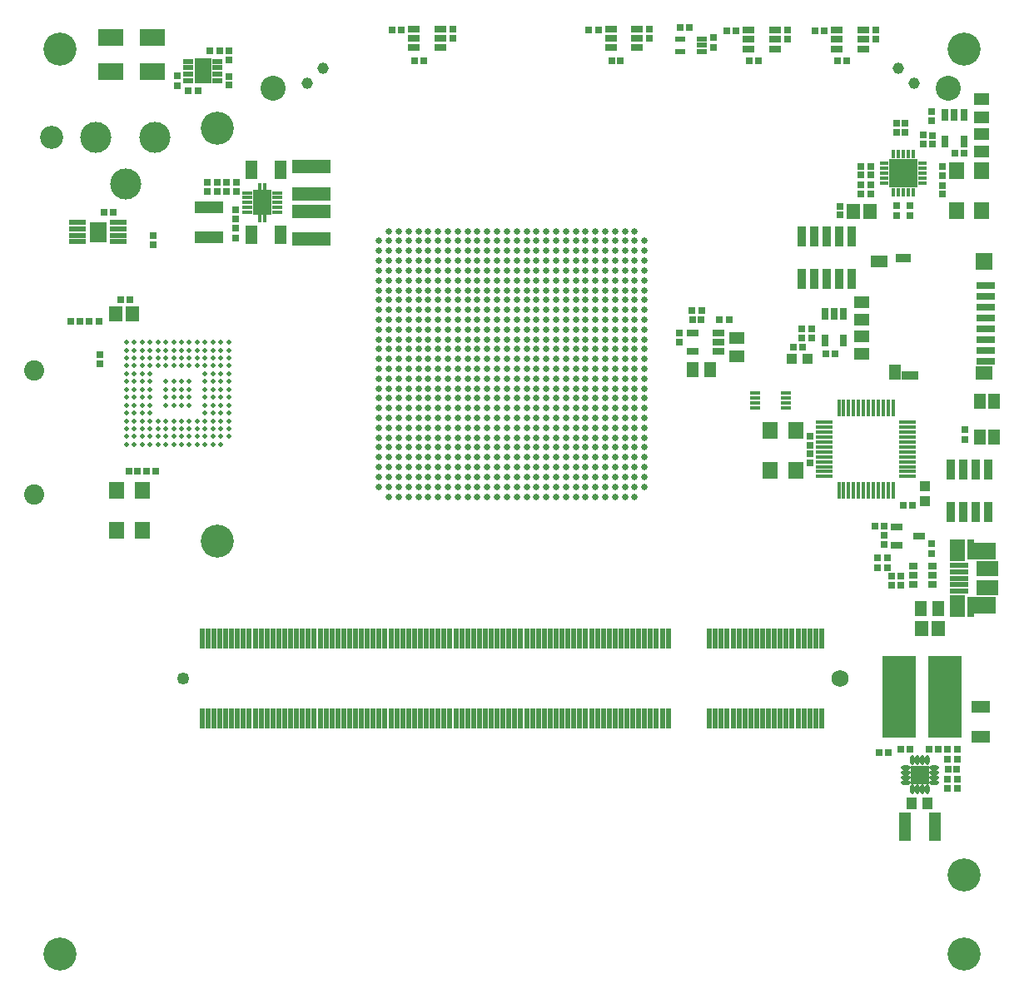
<source format=gts>
G04 (created by PCBNEW-RS274X (2012-05-21 BZR 3261)-stable) date Thu 02 May 2013 12:01:43 PM PDT*
G01*
G70*
G90*
%MOIN*%
G04 Gerber Fmt 3.4, Leading zero omitted, Abs format*
%FSLAX34Y34*%
G04 APERTURE LIST*
%ADD10C,0.006000*%
%ADD11R,0.045400X0.029600*%
%ADD12C,0.019800*%
%ADD13C,0.025700*%
%ADD14R,0.030400X0.030400*%
%ADD15R,0.030400X0.028400*%
%ADD16R,0.028400X0.030400*%
%ADD17R,0.076900X0.023700*%
%ADD18R,0.087400X0.062100*%
%ADD19R,0.063100X0.090300*%
%ADD20R,0.031000X0.077900*%
%ADD21R,0.117600X0.069000*%
%ADD22C,0.069000*%
%ADD23C,0.063100*%
%ADD24C,0.046200*%
%ADD25C,0.045400*%
%ADD26C,0.100000*%
%ADD27R,0.019800X0.084700*%
%ADD28C,0.049300*%
%ADD29R,0.065100X0.017800*%
%ADD30R,0.017800X0.065100*%
%ADD31C,0.080800*%
%ADD32R,0.039500X0.017000*%
%ADD33R,0.038400X0.053200*%
%ADD34R,0.017000X0.033600*%
%ADD35C,0.029000*%
%ADD36R,0.039500X0.019800*%
%ADD37R,0.071000X0.100500*%
%ADD38C,0.023700*%
%ADD39R,0.069000X0.021700*%
%ADD40R,0.067800X0.080400*%
%ADD41R,0.074900X0.029600*%
%ADD42R,0.065100X0.057200*%
%ADD43R,0.065100X0.065100*%
%ADD44R,0.061100X0.037500*%
%ADD45R,0.065100X0.037500*%
%ADD46R,0.045400X0.063100*%
%ADD47R,0.067000X0.045400*%
%ADD48R,0.051300X0.063100*%
%ADD49R,0.063100X0.051300*%
%ADD50R,0.135900X0.328800*%
%ADD51R,0.051300X0.112300*%
%ADD52R,0.076900X0.051300*%
%ADD53R,0.112300X0.051300*%
%ADD54R,0.051300X0.076900*%
%ADD55R,0.151700X0.053200*%
%ADD56C,0.124100*%
%ADD57C,0.092600*%
%ADD58R,0.053200X0.063100*%
%ADD59R,0.037500X0.027700*%
%ADD60R,0.043400X0.045400*%
%ADD61R,0.100500X0.067000*%
%ADD62R,0.043400X0.021700*%
%ADD63R,0.041400X0.043400*%
%ADD64R,0.043400X0.041400*%
%ADD65R,0.035100X0.078800*%
%ADD66R,0.047300X0.061100*%
%ADD67R,0.029600X0.049300*%
%ADD68R,0.049300X0.029600*%
%ADD69R,0.059100X0.071000*%
%ADD70R,0.041400X0.017800*%
%ADD71R,0.035500X0.017800*%
%ADD72R,0.017800X0.035500*%
%ADD73R,0.114300X0.114300*%
%ADD74C,0.029600*%
%ADD75O,0.017000X0.039500*%
%ADD76O,0.039500X0.017000*%
%ADD77R,0.072900X0.072900*%
%ADD78C,0.132000*%
G04 APERTURE END LIST*
G54D10*
G54D11*
X66594Y-38011D03*
X66594Y-38759D03*
X67500Y-38385D03*
G54D12*
X39527Y-34724D03*
X39212Y-34724D03*
X38897Y-34724D03*
X38582Y-34724D03*
X38267Y-34724D03*
X37952Y-34724D03*
X37638Y-34724D03*
X37323Y-34724D03*
X37008Y-34724D03*
X36693Y-34724D03*
X36378Y-34724D03*
X36063Y-34724D03*
X35748Y-34724D03*
X39842Y-34409D03*
X39527Y-34409D03*
X39212Y-34409D03*
X38897Y-34409D03*
X38582Y-34409D03*
X38267Y-34409D03*
X37952Y-34409D03*
X37638Y-34409D03*
X37323Y-34409D03*
X37008Y-34409D03*
X36693Y-34409D03*
X36378Y-34409D03*
X36063Y-34409D03*
X35748Y-34409D03*
X39842Y-34094D03*
X39527Y-34094D03*
X39212Y-34094D03*
X38897Y-34094D03*
X38582Y-34094D03*
X38267Y-34094D03*
X37952Y-34094D03*
X37638Y-34094D03*
X37323Y-34094D03*
X37008Y-34094D03*
X36693Y-34094D03*
X36378Y-34094D03*
X36063Y-34094D03*
X35748Y-34094D03*
X39842Y-33779D03*
X39527Y-33779D03*
X39212Y-33779D03*
X38897Y-33779D03*
X38582Y-33779D03*
X38267Y-33779D03*
X37952Y-33779D03*
X37638Y-33779D03*
X37323Y-33779D03*
X37008Y-33779D03*
X36693Y-33779D03*
X36378Y-33779D03*
X36063Y-33779D03*
X35748Y-33779D03*
X39842Y-33464D03*
X39527Y-33464D03*
X39212Y-33464D03*
X38897Y-33464D03*
X36693Y-33464D03*
X36378Y-33464D03*
X36063Y-33464D03*
X35748Y-33464D03*
X39842Y-33149D03*
X39527Y-33149D03*
X39212Y-33149D03*
X38897Y-33149D03*
X38267Y-33149D03*
X37952Y-33149D03*
X37638Y-33149D03*
X37323Y-33149D03*
X36693Y-33149D03*
X36378Y-33149D03*
X36063Y-33149D03*
X35748Y-33149D03*
X39842Y-32834D03*
X39527Y-32834D03*
X39212Y-32834D03*
X38897Y-32834D03*
X38267Y-32834D03*
X37952Y-32834D03*
X37638Y-32834D03*
X37323Y-32834D03*
X36693Y-32834D03*
X36378Y-32834D03*
X36063Y-32834D03*
X35748Y-32834D03*
X39842Y-32520D03*
X39527Y-32520D03*
X39212Y-32520D03*
X38897Y-32520D03*
X38267Y-32520D03*
X37952Y-32520D03*
X37638Y-32520D03*
X37323Y-32520D03*
X36693Y-32520D03*
X36378Y-32520D03*
X36063Y-32520D03*
X35748Y-32520D03*
X39842Y-32205D03*
X39527Y-32205D03*
X39212Y-32205D03*
X38897Y-32205D03*
X38267Y-32205D03*
X37952Y-32205D03*
X37638Y-32205D03*
X37323Y-32205D03*
X36693Y-32205D03*
X36378Y-32205D03*
X36063Y-32205D03*
X35748Y-32205D03*
X39842Y-31890D03*
X39527Y-31890D03*
X39212Y-31890D03*
X38897Y-31890D03*
X36693Y-31890D03*
X36378Y-31890D03*
X36063Y-31890D03*
X35748Y-31890D03*
X39842Y-31575D03*
X39527Y-31575D03*
X39212Y-31575D03*
X38897Y-31575D03*
X38582Y-31575D03*
X38267Y-31575D03*
X37952Y-31575D03*
X37638Y-31575D03*
X37323Y-31575D03*
X37008Y-31575D03*
X36693Y-31575D03*
X36378Y-31575D03*
X36063Y-31575D03*
X35748Y-31575D03*
X39842Y-31260D03*
X39527Y-31260D03*
X39212Y-31260D03*
X38897Y-31260D03*
X38582Y-31260D03*
X38267Y-31260D03*
X37952Y-31260D03*
X37638Y-31260D03*
X37323Y-31260D03*
X37008Y-31260D03*
X36693Y-31260D03*
X36378Y-31260D03*
X36063Y-31260D03*
X35748Y-31260D03*
X39842Y-30945D03*
X39527Y-30945D03*
X39212Y-30945D03*
X38897Y-30945D03*
X38582Y-30945D03*
X38267Y-30945D03*
X37952Y-30945D03*
X37638Y-30945D03*
X37323Y-30945D03*
X37008Y-30945D03*
X36693Y-30945D03*
X36378Y-30945D03*
X36063Y-30945D03*
X35748Y-30945D03*
X39842Y-30630D03*
X39527Y-30630D03*
X39212Y-30630D03*
X38897Y-30630D03*
X38582Y-30630D03*
X38267Y-30630D03*
X37952Y-30630D03*
X37638Y-30630D03*
X37323Y-30630D03*
X37008Y-30630D03*
X36693Y-30630D03*
X36378Y-30630D03*
X36063Y-30630D03*
X35748Y-30630D03*
G54D13*
X46260Y-26181D03*
X46653Y-26181D03*
X47047Y-26181D03*
X47441Y-26181D03*
X47835Y-26181D03*
X48228Y-26181D03*
X48622Y-26181D03*
X49016Y-26181D03*
X49409Y-26181D03*
X49803Y-26181D03*
X50197Y-26181D03*
X50590Y-26181D03*
X50984Y-26181D03*
X51378Y-26181D03*
X51772Y-26181D03*
X52165Y-26181D03*
X52559Y-26181D03*
X52953Y-26181D03*
X53346Y-26181D03*
X53740Y-26181D03*
X54134Y-26181D03*
X54527Y-26181D03*
X54921Y-26181D03*
X55315Y-26181D03*
X55709Y-26181D03*
X56102Y-26181D03*
X45866Y-26575D03*
X46260Y-26575D03*
X46653Y-26575D03*
X47047Y-26575D03*
X47441Y-26575D03*
X47835Y-26575D03*
X48228Y-26575D03*
X48622Y-26575D03*
X49016Y-26575D03*
X49409Y-26575D03*
X49803Y-26575D03*
X50197Y-26575D03*
X50590Y-26575D03*
X50984Y-26575D03*
X51378Y-26575D03*
X51772Y-26575D03*
X52165Y-26575D03*
X52559Y-26575D03*
X52953Y-26575D03*
X53346Y-26575D03*
X53740Y-26575D03*
X54134Y-26575D03*
X54527Y-26575D03*
X54921Y-26575D03*
X55315Y-26575D03*
X55709Y-26575D03*
X56102Y-26575D03*
X56496Y-26575D03*
X45866Y-26968D03*
X46260Y-26968D03*
X46653Y-26968D03*
X47047Y-26968D03*
X47441Y-26968D03*
X47835Y-26968D03*
X48228Y-26968D03*
X48622Y-26968D03*
X49016Y-26968D03*
X49409Y-26968D03*
X49803Y-26968D03*
X50197Y-26968D03*
X50590Y-26968D03*
X50984Y-26968D03*
X51378Y-26968D03*
X51772Y-26968D03*
X52165Y-26968D03*
X52559Y-26968D03*
X52953Y-26968D03*
X53346Y-26968D03*
X53740Y-26968D03*
X54134Y-26968D03*
X54527Y-26968D03*
X54921Y-26968D03*
X55315Y-26968D03*
X55709Y-26968D03*
X56102Y-26968D03*
X56496Y-26968D03*
X45866Y-27362D03*
X46260Y-27362D03*
X46653Y-27362D03*
X47047Y-27362D03*
X47441Y-27362D03*
X47835Y-27362D03*
X48228Y-27362D03*
X48622Y-27362D03*
X49016Y-27362D03*
X49409Y-27362D03*
X49803Y-27362D03*
X50197Y-27362D03*
X50590Y-27362D03*
X50984Y-27362D03*
X51378Y-27362D03*
X51772Y-27362D03*
X52165Y-27362D03*
X52559Y-27362D03*
X52953Y-27362D03*
X53346Y-27362D03*
X53740Y-27362D03*
X54134Y-27362D03*
X54527Y-27362D03*
X54921Y-27362D03*
X55315Y-27362D03*
X55709Y-27362D03*
X56102Y-27362D03*
X56496Y-27362D03*
X45866Y-27756D03*
X46260Y-27756D03*
X46653Y-27756D03*
X47047Y-27756D03*
X47441Y-27756D03*
X47835Y-27756D03*
X48228Y-27756D03*
X48622Y-27756D03*
X49016Y-27756D03*
X49409Y-27756D03*
X49803Y-27756D03*
X50197Y-27756D03*
X50590Y-27756D03*
X50984Y-27756D03*
X51378Y-27756D03*
X51772Y-27756D03*
X52165Y-27756D03*
X52559Y-27756D03*
X52953Y-27756D03*
X53346Y-27756D03*
X53740Y-27756D03*
X54134Y-27756D03*
X54527Y-27756D03*
X54921Y-27756D03*
X55315Y-27756D03*
X55709Y-27756D03*
X56102Y-27756D03*
X56496Y-27756D03*
X45866Y-28150D03*
X46260Y-28150D03*
X46653Y-28150D03*
X47047Y-28150D03*
X47441Y-28150D03*
X47835Y-28150D03*
X48228Y-28150D03*
X48622Y-28150D03*
X49016Y-28150D03*
X49409Y-28150D03*
X49803Y-28150D03*
X50197Y-28150D03*
X50590Y-28150D03*
X50984Y-28150D03*
X51378Y-28150D03*
X51772Y-28150D03*
X52165Y-28150D03*
X52559Y-28150D03*
X52953Y-28150D03*
X53346Y-28150D03*
X53740Y-28150D03*
X54134Y-28150D03*
X54527Y-28150D03*
X54921Y-28150D03*
X55315Y-28150D03*
X55709Y-28150D03*
X56102Y-28150D03*
X56496Y-28150D03*
X45866Y-28543D03*
X46260Y-28543D03*
X46653Y-28543D03*
X47047Y-28543D03*
X47441Y-28543D03*
X47835Y-28543D03*
X48228Y-28543D03*
X48622Y-28543D03*
X49016Y-28543D03*
X49409Y-28543D03*
X49803Y-28543D03*
X50197Y-28543D03*
X50590Y-28543D03*
X50984Y-28543D03*
X51378Y-28543D03*
X51772Y-28543D03*
X52165Y-28543D03*
X52559Y-28543D03*
X52953Y-28543D03*
X53346Y-28543D03*
X53740Y-28543D03*
X54134Y-28543D03*
X54527Y-28543D03*
X54921Y-28543D03*
X55315Y-28543D03*
X55709Y-28543D03*
X56102Y-28543D03*
X56496Y-28543D03*
X45866Y-28937D03*
X46260Y-28937D03*
X46653Y-28937D03*
X47047Y-28937D03*
X47441Y-28937D03*
X47835Y-28937D03*
X48228Y-28937D03*
X48622Y-28937D03*
X49016Y-28937D03*
X49409Y-28937D03*
X49803Y-28937D03*
X50197Y-28937D03*
X50590Y-28937D03*
X50984Y-28937D03*
X51378Y-28937D03*
X51772Y-28937D03*
X52165Y-28937D03*
X52559Y-28937D03*
X52953Y-28937D03*
X53346Y-28937D03*
X53740Y-28937D03*
X54134Y-28937D03*
X54527Y-28937D03*
X54921Y-28937D03*
X55315Y-28937D03*
X55709Y-28937D03*
X56102Y-28937D03*
X56496Y-28937D03*
X45866Y-29331D03*
X46260Y-29331D03*
X46653Y-29331D03*
X47047Y-29331D03*
X47441Y-29331D03*
X47835Y-29331D03*
X48228Y-29331D03*
X48622Y-29331D03*
X49016Y-29331D03*
X49409Y-29331D03*
X49803Y-29331D03*
X50197Y-29331D03*
X50590Y-29331D03*
X50984Y-29331D03*
X51378Y-29331D03*
X51772Y-29331D03*
X52165Y-29331D03*
X52559Y-29331D03*
X52953Y-29331D03*
X53346Y-29331D03*
X53740Y-29331D03*
X54134Y-29331D03*
X54527Y-29331D03*
X54921Y-29331D03*
X55315Y-29331D03*
X55709Y-29331D03*
X56102Y-29331D03*
X56496Y-29331D03*
X45866Y-29724D03*
X46260Y-29724D03*
X46653Y-29724D03*
X47047Y-29724D03*
X47441Y-29724D03*
X47835Y-29724D03*
X48228Y-29724D03*
X48622Y-29724D03*
X49016Y-29724D03*
X49409Y-29724D03*
X49803Y-29724D03*
X50197Y-29724D03*
X50590Y-29724D03*
X50984Y-29724D03*
X51378Y-29724D03*
X51772Y-29724D03*
X52165Y-29724D03*
X52559Y-29724D03*
X52953Y-29724D03*
X53346Y-29724D03*
X53740Y-29724D03*
X54134Y-29724D03*
X54527Y-29724D03*
X54921Y-29724D03*
X55315Y-29724D03*
X55709Y-29724D03*
X56102Y-29724D03*
X56496Y-29724D03*
X45866Y-30118D03*
X46260Y-30118D03*
X46653Y-30118D03*
X47047Y-30118D03*
X47441Y-30118D03*
X47835Y-30118D03*
X48228Y-30118D03*
X48622Y-30118D03*
X49016Y-30118D03*
X49409Y-30118D03*
X49803Y-30118D03*
X50197Y-30118D03*
X50590Y-30118D03*
X50984Y-30118D03*
X51378Y-30118D03*
X51772Y-30118D03*
X52165Y-30118D03*
X52559Y-30118D03*
X52953Y-30118D03*
X53346Y-30118D03*
X53740Y-30118D03*
X54134Y-30118D03*
X54527Y-30118D03*
X54921Y-30118D03*
X55315Y-30118D03*
X55709Y-30118D03*
X56102Y-30118D03*
X56496Y-30118D03*
X45866Y-30512D03*
X46260Y-30512D03*
X46653Y-30512D03*
X47047Y-30512D03*
X47441Y-30512D03*
X47835Y-30512D03*
X48228Y-30512D03*
X48622Y-30512D03*
X49016Y-30512D03*
X49409Y-30512D03*
X49803Y-30512D03*
X50197Y-30512D03*
X50590Y-30512D03*
X50984Y-30512D03*
X51378Y-30512D03*
X51772Y-30512D03*
X52165Y-30512D03*
X52559Y-30512D03*
X52953Y-30512D03*
X53346Y-30512D03*
X53740Y-30512D03*
X54134Y-30512D03*
X54527Y-30512D03*
X54921Y-30512D03*
X55315Y-30512D03*
X55709Y-30512D03*
X56102Y-30512D03*
X56496Y-30512D03*
X45866Y-30905D03*
X46260Y-30905D03*
X46653Y-30905D03*
X47047Y-30905D03*
X47441Y-30905D03*
X47835Y-30905D03*
X48228Y-30905D03*
X48622Y-30905D03*
X49016Y-30905D03*
X49409Y-30905D03*
X49803Y-30905D03*
X50197Y-30905D03*
X50590Y-30905D03*
X50984Y-30905D03*
X51378Y-30905D03*
X51772Y-30905D03*
X52165Y-30905D03*
X52559Y-30905D03*
X52953Y-30905D03*
X53346Y-30905D03*
X53740Y-30905D03*
X54134Y-30905D03*
X54527Y-30905D03*
X54921Y-30905D03*
X55315Y-30905D03*
X55709Y-30905D03*
X56102Y-30905D03*
X56496Y-30905D03*
X45866Y-31299D03*
X46260Y-31299D03*
X46653Y-31299D03*
X47047Y-31299D03*
X47441Y-31299D03*
X47835Y-31299D03*
X48228Y-31299D03*
X48622Y-31299D03*
X49016Y-31299D03*
X49409Y-31299D03*
X49803Y-31299D03*
X50197Y-31299D03*
X50590Y-31299D03*
X50984Y-31299D03*
X51378Y-31299D03*
X51772Y-31299D03*
X52165Y-31299D03*
X52559Y-31299D03*
X52953Y-31299D03*
X53346Y-31299D03*
X53740Y-31299D03*
X54134Y-31299D03*
X54527Y-31299D03*
X54921Y-31299D03*
X55315Y-31299D03*
X55709Y-31299D03*
X56102Y-31299D03*
X56496Y-31299D03*
X45866Y-31693D03*
X46260Y-31693D03*
X46653Y-31693D03*
X47047Y-31693D03*
X47441Y-31693D03*
X47835Y-31693D03*
X48228Y-31693D03*
X48622Y-31693D03*
X49016Y-31693D03*
X49409Y-31693D03*
X49803Y-31693D03*
X50197Y-31693D03*
X50590Y-31693D03*
X50984Y-31693D03*
X51378Y-31693D03*
X51772Y-31693D03*
X52165Y-31693D03*
X52559Y-31693D03*
X52953Y-31693D03*
X53346Y-31693D03*
X53740Y-31693D03*
X54134Y-31693D03*
X54527Y-31693D03*
X54921Y-31693D03*
X55315Y-31693D03*
X55709Y-31693D03*
X56102Y-31693D03*
X56496Y-31693D03*
X45866Y-32087D03*
X46260Y-32087D03*
X46653Y-32087D03*
X47047Y-32087D03*
X47441Y-32087D03*
X47835Y-32087D03*
X48228Y-32087D03*
X48622Y-32087D03*
X49016Y-32087D03*
X49409Y-32087D03*
X49803Y-32087D03*
X50197Y-32087D03*
X50590Y-32087D03*
X50984Y-32087D03*
X51378Y-32087D03*
X51772Y-32087D03*
X52165Y-32087D03*
X52559Y-32087D03*
X52953Y-32087D03*
X53346Y-32087D03*
X53740Y-32087D03*
X54134Y-32087D03*
X54527Y-32087D03*
X54921Y-32087D03*
X55315Y-32087D03*
X55709Y-32087D03*
X56102Y-32087D03*
X56496Y-32087D03*
X45866Y-32480D03*
X46260Y-32480D03*
X46653Y-32480D03*
X47047Y-32480D03*
X47441Y-32480D03*
X47835Y-32480D03*
X48228Y-32480D03*
X48622Y-32480D03*
X49016Y-32480D03*
X49409Y-32480D03*
X49803Y-32480D03*
X50197Y-32480D03*
X50590Y-32480D03*
X50984Y-32480D03*
X51378Y-32480D03*
X51772Y-32480D03*
X52165Y-32480D03*
X52559Y-32480D03*
X52953Y-32480D03*
X53346Y-32480D03*
X53740Y-32480D03*
X54134Y-32480D03*
X54527Y-32480D03*
X54921Y-32480D03*
X55315Y-32480D03*
X55709Y-32480D03*
X56102Y-32480D03*
X56496Y-32480D03*
X45866Y-32874D03*
X46260Y-32874D03*
X46653Y-32874D03*
X47047Y-32874D03*
X47441Y-32874D03*
X47835Y-32874D03*
X48228Y-32874D03*
X48622Y-32874D03*
X49016Y-32874D03*
X49409Y-32874D03*
X49803Y-32874D03*
X50197Y-32874D03*
X50590Y-32874D03*
X50984Y-32874D03*
X51378Y-32874D03*
X51772Y-32874D03*
X52165Y-32874D03*
X52559Y-32874D03*
X52953Y-32874D03*
X53346Y-32874D03*
X53740Y-32874D03*
X54134Y-32874D03*
X54527Y-32874D03*
X54921Y-32874D03*
X55315Y-32874D03*
X55709Y-32874D03*
X56102Y-32874D03*
X56496Y-32874D03*
X45866Y-33268D03*
X46260Y-33268D03*
X46653Y-33268D03*
X47047Y-33268D03*
X47441Y-33268D03*
X47835Y-33268D03*
X48228Y-33268D03*
X48622Y-33268D03*
X49016Y-33268D03*
X49409Y-33268D03*
X49803Y-33268D03*
X50197Y-33268D03*
X50590Y-33268D03*
X50984Y-33268D03*
X51378Y-33268D03*
X51772Y-33268D03*
X52165Y-33268D03*
X52559Y-33268D03*
X52953Y-33268D03*
X53346Y-33268D03*
X53740Y-33268D03*
X54134Y-33268D03*
X54527Y-33268D03*
X54921Y-33268D03*
X55315Y-33268D03*
X55709Y-33268D03*
X56102Y-33268D03*
X56496Y-33268D03*
X45866Y-33661D03*
X46260Y-33661D03*
X46653Y-33661D03*
X47047Y-33661D03*
X47441Y-33661D03*
X47835Y-33661D03*
X48228Y-33661D03*
X48622Y-33661D03*
X49016Y-33661D03*
X49409Y-33661D03*
X49803Y-33661D03*
X50197Y-33661D03*
X50590Y-33661D03*
X50984Y-33661D03*
X51378Y-33661D03*
X51772Y-33661D03*
X52165Y-33661D03*
X52559Y-33661D03*
X52953Y-33661D03*
X53346Y-33661D03*
X53740Y-33661D03*
X54134Y-33661D03*
X54527Y-33661D03*
X54921Y-33661D03*
X55315Y-33661D03*
X55709Y-33661D03*
X56102Y-33661D03*
X56496Y-33661D03*
X45866Y-34055D03*
X46260Y-34055D03*
X46653Y-34055D03*
X47047Y-34055D03*
X47441Y-34055D03*
X47835Y-34055D03*
X48228Y-34055D03*
X48622Y-34055D03*
X49016Y-34055D03*
X49409Y-34055D03*
X49803Y-34055D03*
X50197Y-34055D03*
X50590Y-34055D03*
X50984Y-34055D03*
X51378Y-34055D03*
X51772Y-34055D03*
X52165Y-34055D03*
X52559Y-34055D03*
X52953Y-34055D03*
X53346Y-34055D03*
X53740Y-34055D03*
X54134Y-34055D03*
X54527Y-34055D03*
X54921Y-34055D03*
X55315Y-34055D03*
X55709Y-34055D03*
X56102Y-34055D03*
X56496Y-34055D03*
X45866Y-34449D03*
X46260Y-34449D03*
X46653Y-34449D03*
X47047Y-34449D03*
X47441Y-34449D03*
X47835Y-34449D03*
X48228Y-34449D03*
X48622Y-34449D03*
X49016Y-34449D03*
X49409Y-34449D03*
X49803Y-34449D03*
X50197Y-34449D03*
X50590Y-34449D03*
X50984Y-34449D03*
X51378Y-34449D03*
X51772Y-34449D03*
X52165Y-34449D03*
X52559Y-34449D03*
X52953Y-34449D03*
X53346Y-34449D03*
X53740Y-34449D03*
X54134Y-34449D03*
X54527Y-34449D03*
X54921Y-34449D03*
X55315Y-34449D03*
X55709Y-34449D03*
X56102Y-34449D03*
X56496Y-34449D03*
X45866Y-34842D03*
X46260Y-34842D03*
X46653Y-34842D03*
X47047Y-34842D03*
X47441Y-34842D03*
X47835Y-34842D03*
X48228Y-34842D03*
X48622Y-34842D03*
X49016Y-34842D03*
X49409Y-34842D03*
X49803Y-34842D03*
X50197Y-34842D03*
X50590Y-34842D03*
X50984Y-34842D03*
X51378Y-34842D03*
X51772Y-34842D03*
X52165Y-34842D03*
X52559Y-34842D03*
X52953Y-34842D03*
X53346Y-34842D03*
X53740Y-34842D03*
X54134Y-34842D03*
X54527Y-34842D03*
X54921Y-34842D03*
X55315Y-34842D03*
X55709Y-34842D03*
X56102Y-34842D03*
X56496Y-34842D03*
X45866Y-35236D03*
X46260Y-35236D03*
X46653Y-35236D03*
X47047Y-35236D03*
X47441Y-35236D03*
X47835Y-35236D03*
X48228Y-35236D03*
X48622Y-35236D03*
X49016Y-35236D03*
X49409Y-35236D03*
X49803Y-35236D03*
X50197Y-35236D03*
X50590Y-35236D03*
X50984Y-35236D03*
X51378Y-35236D03*
X51772Y-35236D03*
X52165Y-35236D03*
X52559Y-35236D03*
X52953Y-35236D03*
X53346Y-35236D03*
X53740Y-35236D03*
X54134Y-35236D03*
X54527Y-35236D03*
X54921Y-35236D03*
X55315Y-35236D03*
X55709Y-35236D03*
X56102Y-35236D03*
X56496Y-35236D03*
X45866Y-35630D03*
X46260Y-35630D03*
X46653Y-35630D03*
X47047Y-35630D03*
X47441Y-35630D03*
X47835Y-35630D03*
X48228Y-35630D03*
X48622Y-35630D03*
X49016Y-35630D03*
X49409Y-35630D03*
X49803Y-35630D03*
X50197Y-35630D03*
X50590Y-35630D03*
X50984Y-35630D03*
X51378Y-35630D03*
X51772Y-35630D03*
X52165Y-35630D03*
X52559Y-35630D03*
X52953Y-35630D03*
X53346Y-35630D03*
X53740Y-35630D03*
X54134Y-35630D03*
X54527Y-35630D03*
X54921Y-35630D03*
X55315Y-35630D03*
X55709Y-35630D03*
X56102Y-35630D03*
X56496Y-35630D03*
X45866Y-36024D03*
X46260Y-36024D03*
X46653Y-36024D03*
X47047Y-36024D03*
X47441Y-36024D03*
X47835Y-36024D03*
X48228Y-36024D03*
X48622Y-36024D03*
X49016Y-36024D03*
X49409Y-36024D03*
X49803Y-36024D03*
X50197Y-36024D03*
X50590Y-36024D03*
X50984Y-36024D03*
X51378Y-36024D03*
X51772Y-36024D03*
X52165Y-36024D03*
X52559Y-36024D03*
X52953Y-36024D03*
X53346Y-36024D03*
X53740Y-36024D03*
X54134Y-36024D03*
X54527Y-36024D03*
X54921Y-36024D03*
X55315Y-36024D03*
X55709Y-36024D03*
X56102Y-36024D03*
X56496Y-36024D03*
X45866Y-36417D03*
X46260Y-36417D03*
X46653Y-36417D03*
X47047Y-36417D03*
X47441Y-36417D03*
X47835Y-36417D03*
X48228Y-36417D03*
X48622Y-36417D03*
X49016Y-36417D03*
X49409Y-36417D03*
X49803Y-36417D03*
X50197Y-36417D03*
X50590Y-36417D03*
X50984Y-36417D03*
X51378Y-36417D03*
X51772Y-36417D03*
X52165Y-36417D03*
X52559Y-36417D03*
X52953Y-36417D03*
X53346Y-36417D03*
X53740Y-36417D03*
X54134Y-36417D03*
X54527Y-36417D03*
X54921Y-36417D03*
X55315Y-36417D03*
X55709Y-36417D03*
X56102Y-36417D03*
X56496Y-36417D03*
X46260Y-36811D03*
X46653Y-36811D03*
X47047Y-36811D03*
X47441Y-36811D03*
X47835Y-36811D03*
X48228Y-36811D03*
X48622Y-36811D03*
X49016Y-36811D03*
X49409Y-36811D03*
X49803Y-36811D03*
X50197Y-36811D03*
X50590Y-36811D03*
X50984Y-36811D03*
X51378Y-36811D03*
X51772Y-36811D03*
X52165Y-36811D03*
X52559Y-36811D03*
X52953Y-36811D03*
X53346Y-36811D03*
X53740Y-36811D03*
X54134Y-36811D03*
X54527Y-36811D03*
X54921Y-36811D03*
X55315Y-36811D03*
X55709Y-36811D03*
X56102Y-36811D03*
G54D14*
X66751Y-40354D03*
X66397Y-40354D03*
G54D15*
X66102Y-38732D03*
X66102Y-38354D03*
G54D16*
X65716Y-37992D03*
X66094Y-37992D03*
G54D17*
X69085Y-40590D03*
X69085Y-40334D03*
X69085Y-40078D03*
X69085Y-39822D03*
X69085Y-39566D03*
G54D18*
X70210Y-40457D03*
X70210Y-39699D03*
G54D19*
X69026Y-41192D03*
X69026Y-38964D03*
G54D20*
X69539Y-41254D03*
X69539Y-38902D03*
G54D21*
X69972Y-41161D03*
X69972Y-38995D03*
G54D22*
X70197Y-41161D03*
X70197Y-38995D03*
G54D23*
X69027Y-41057D03*
X69027Y-39099D03*
G54D14*
X63110Y-35453D03*
X63110Y-35099D03*
X63110Y-34744D03*
X63110Y-34390D03*
G54D16*
X65834Y-39251D03*
X66212Y-39251D03*
X65834Y-39645D03*
X66212Y-39645D03*
X66385Y-39999D03*
X66763Y-39999D03*
G54D15*
X67992Y-38708D03*
X67992Y-39086D03*
G54D14*
X36909Y-35787D03*
X36555Y-35787D03*
X35847Y-35787D03*
X36201Y-35787D03*
X35886Y-28937D03*
X35532Y-28937D03*
G54D16*
X33890Y-29803D03*
X33512Y-29803D03*
X34638Y-29803D03*
X34260Y-29803D03*
G54D24*
X66650Y-19673D03*
X43626Y-19673D03*
G54D25*
X67282Y-20271D03*
X42994Y-20271D03*
G54D26*
X68654Y-20472D03*
X41622Y-20472D03*
G54D27*
X63583Y-42480D03*
X63583Y-45708D03*
X63346Y-42480D03*
X63346Y-45708D03*
X63110Y-42480D03*
X63110Y-45708D03*
X62874Y-42480D03*
X62874Y-45708D03*
X62638Y-42480D03*
X62638Y-45708D03*
X62401Y-42480D03*
X62401Y-45708D03*
X62165Y-42480D03*
X62165Y-45708D03*
X61929Y-42480D03*
X61929Y-45708D03*
X61693Y-42480D03*
X61693Y-45708D03*
X61457Y-42480D03*
X61457Y-45708D03*
X61220Y-42480D03*
X61220Y-45708D03*
X60984Y-42480D03*
X60984Y-45708D03*
X60748Y-42480D03*
X60748Y-45708D03*
X60512Y-42480D03*
X60512Y-45708D03*
X60275Y-42480D03*
X60275Y-45708D03*
X60039Y-42480D03*
X60039Y-45708D03*
X59803Y-42480D03*
X59803Y-45708D03*
X59567Y-42480D03*
X59567Y-45708D03*
X59331Y-42480D03*
X59331Y-45708D03*
X59094Y-42480D03*
X59094Y-45708D03*
X57441Y-42480D03*
X57441Y-45708D03*
X57205Y-42480D03*
X57205Y-45708D03*
X56968Y-42480D03*
X56968Y-45708D03*
X56732Y-42480D03*
X56732Y-45708D03*
X56496Y-42480D03*
X56496Y-45708D03*
X56260Y-42480D03*
X56260Y-45708D03*
X56024Y-42480D03*
X56024Y-45708D03*
X55787Y-42480D03*
X55787Y-45708D03*
X55551Y-42480D03*
X55551Y-45708D03*
X55315Y-42480D03*
X55315Y-45708D03*
X55079Y-42480D03*
X55079Y-45708D03*
X54842Y-42480D03*
X54842Y-45708D03*
X54606Y-42480D03*
X54606Y-45708D03*
X54370Y-42480D03*
X54370Y-45708D03*
X54134Y-42480D03*
X54134Y-45708D03*
X53898Y-42480D03*
X53898Y-45708D03*
X53661Y-42480D03*
X53661Y-45708D03*
X53425Y-42480D03*
X53425Y-45708D03*
X53189Y-42480D03*
X53189Y-45708D03*
X52953Y-42480D03*
X52953Y-45708D03*
X52716Y-42480D03*
X52716Y-45708D03*
X52480Y-42480D03*
X52480Y-45708D03*
X52244Y-42480D03*
X52244Y-45708D03*
X52008Y-42480D03*
X52008Y-45708D03*
X51772Y-42480D03*
X51772Y-45708D03*
X51535Y-42480D03*
X51535Y-45708D03*
X51299Y-42480D03*
X51299Y-45708D03*
X51063Y-42480D03*
X51063Y-45708D03*
X50827Y-42480D03*
X50827Y-45708D03*
X50590Y-42480D03*
X50590Y-45708D03*
X50354Y-42480D03*
X50354Y-45708D03*
X50118Y-42480D03*
X50118Y-45708D03*
X49882Y-42480D03*
X49882Y-45708D03*
X49646Y-42480D03*
X49646Y-45708D03*
X49409Y-42480D03*
X49409Y-45708D03*
X49173Y-42480D03*
X49173Y-45708D03*
X48937Y-42480D03*
X48937Y-45708D03*
X48701Y-42480D03*
X48701Y-45708D03*
X48464Y-42480D03*
X48464Y-45708D03*
X48228Y-42480D03*
X48228Y-45708D03*
X47992Y-42480D03*
X47992Y-45708D03*
X47756Y-42480D03*
X47756Y-45708D03*
X47520Y-42480D03*
X47520Y-45708D03*
X47283Y-42480D03*
X47283Y-45708D03*
X47047Y-42480D03*
X47047Y-45708D03*
X46811Y-42480D03*
X46811Y-45708D03*
X46575Y-42480D03*
X46575Y-45708D03*
X46338Y-42480D03*
X46338Y-45708D03*
X46102Y-42480D03*
X46102Y-45708D03*
X45866Y-42480D03*
X45866Y-45708D03*
X45630Y-42480D03*
X45630Y-45708D03*
X45394Y-42480D03*
X45394Y-45708D03*
X45157Y-42480D03*
X45157Y-45708D03*
X44921Y-42480D03*
X44921Y-45708D03*
X44685Y-42480D03*
X44685Y-45708D03*
X44449Y-42480D03*
X44449Y-45708D03*
X44212Y-42480D03*
X44212Y-45708D03*
X43976Y-42480D03*
X43976Y-45708D03*
X43740Y-42480D03*
X43740Y-45708D03*
X43504Y-42480D03*
X43504Y-45708D03*
X43268Y-42480D03*
X43268Y-45708D03*
X43031Y-42480D03*
X43031Y-45708D03*
X42795Y-42480D03*
X42795Y-45708D03*
X42559Y-42480D03*
X42559Y-45708D03*
X42323Y-42480D03*
X42323Y-45708D03*
X42087Y-42480D03*
X42087Y-45708D03*
X41850Y-42480D03*
X41850Y-45708D03*
X41614Y-42480D03*
X41614Y-45708D03*
X41378Y-42480D03*
X41378Y-45708D03*
X41142Y-42480D03*
X41142Y-45708D03*
X40905Y-42480D03*
X40905Y-45708D03*
X40669Y-42480D03*
X40669Y-45708D03*
X40433Y-42480D03*
X40433Y-45708D03*
X40197Y-42480D03*
X40197Y-45708D03*
X39961Y-42480D03*
X39961Y-45708D03*
X39724Y-42480D03*
X39724Y-45708D03*
X39488Y-42480D03*
X39488Y-45708D03*
X39252Y-42480D03*
X39252Y-45708D03*
X39016Y-42480D03*
X39016Y-45708D03*
X38779Y-42480D03*
X38779Y-45708D03*
G54D22*
X64331Y-44094D03*
G54D28*
X38031Y-44094D03*
G54D29*
X63700Y-33838D03*
G54D30*
X64271Y-36575D03*
G54D29*
X67008Y-36004D03*
G54D30*
X66437Y-33267D03*
G54D29*
X63700Y-34035D03*
G54D30*
X64468Y-36575D03*
G54D29*
X67008Y-35807D03*
G54D30*
X66240Y-33267D03*
G54D29*
X63700Y-34232D03*
G54D30*
X64665Y-36575D03*
G54D29*
X67008Y-35610D03*
G54D30*
X66043Y-33267D03*
G54D29*
X63700Y-34429D03*
G54D30*
X64862Y-36575D03*
G54D29*
X67008Y-35413D03*
G54D30*
X65846Y-33267D03*
G54D29*
X63700Y-34626D03*
G54D30*
X65059Y-36575D03*
G54D29*
X67008Y-35216D03*
G54D30*
X65649Y-33267D03*
G54D29*
X63700Y-34823D03*
G54D30*
X65256Y-36575D03*
G54D29*
X67008Y-35019D03*
G54D30*
X65452Y-33267D03*
G54D29*
X63700Y-35019D03*
G54D30*
X65452Y-36575D03*
G54D29*
X67008Y-34823D03*
G54D30*
X65256Y-33267D03*
G54D29*
X63700Y-35216D03*
G54D30*
X65649Y-36575D03*
G54D29*
X67008Y-34626D03*
G54D30*
X65059Y-33267D03*
G54D29*
X63700Y-35413D03*
G54D30*
X65846Y-36575D03*
G54D29*
X67008Y-34429D03*
G54D30*
X64862Y-33267D03*
G54D29*
X63700Y-35610D03*
G54D30*
X66043Y-36575D03*
G54D29*
X67008Y-34232D03*
G54D30*
X64665Y-33267D03*
G54D29*
X63700Y-35807D03*
G54D30*
X66240Y-36575D03*
G54D29*
X67008Y-34035D03*
G54D30*
X64468Y-33267D03*
G54D29*
X63700Y-36004D03*
G54D30*
X66437Y-36575D03*
G54D29*
X67008Y-33838D03*
G54D30*
X64271Y-33267D03*
G54D14*
X68425Y-23602D03*
X68425Y-23956D03*
X68425Y-24350D03*
X68425Y-24704D03*
G54D31*
X32067Y-31770D03*
X32067Y-36711D03*
G54D15*
X34685Y-31110D03*
X34685Y-31488D03*
X66929Y-22236D03*
X66929Y-21858D03*
X66575Y-22236D03*
X66575Y-21858D03*
G54D16*
X65543Y-23583D03*
X65165Y-23583D03*
X65543Y-23937D03*
X65165Y-23937D03*
X65543Y-24331D03*
X65165Y-24331D03*
X65543Y-24685D03*
X65165Y-24685D03*
G54D15*
X66575Y-25165D03*
X66575Y-25543D03*
X67126Y-25165D03*
X67126Y-25543D03*
G54D32*
X40590Y-24645D03*
X40590Y-24842D03*
X40590Y-25039D03*
X40590Y-25236D03*
X40590Y-25433D03*
X41772Y-25433D03*
X41772Y-25236D03*
X41772Y-25039D03*
X41772Y-24842D03*
X41772Y-24645D03*
G54D33*
X41343Y-25275D03*
X41343Y-24803D03*
X41019Y-24803D03*
X41019Y-25275D03*
G54D34*
X41279Y-24429D03*
X41083Y-24429D03*
X41083Y-25649D03*
X41279Y-25649D03*
G54D35*
X41181Y-25039D03*
X41378Y-24744D03*
X40984Y-24744D03*
X40984Y-25334D03*
X41378Y-25334D03*
G54D36*
X38235Y-19379D03*
X38235Y-19635D03*
X38235Y-19891D03*
X38235Y-20147D03*
X39397Y-20147D03*
X39397Y-19891D03*
X39397Y-19635D03*
X39397Y-19379D03*
G54D37*
X38816Y-19763D03*
G54D38*
X38619Y-19468D03*
X39013Y-19468D03*
X38816Y-19763D03*
X38619Y-20058D03*
X39013Y-20058D03*
G54D39*
X35433Y-26604D03*
X35433Y-26348D03*
X35433Y-26092D03*
X35433Y-25836D03*
X33779Y-25836D03*
X33779Y-26092D03*
X33779Y-26348D03*
X33779Y-26604D03*
G54D40*
X34606Y-26220D03*
G54D38*
X34783Y-26456D03*
X34429Y-26456D03*
X34606Y-26220D03*
X34783Y-25984D03*
X34429Y-25984D03*
G54D15*
X69016Y-47315D03*
X69016Y-46937D03*
G54D16*
X68630Y-48110D03*
X69008Y-48110D03*
X68630Y-48504D03*
X69008Y-48504D03*
G54D15*
X57874Y-30622D03*
X57874Y-30244D03*
G54D16*
X34850Y-25433D03*
X35228Y-25433D03*
X38233Y-20550D03*
X38611Y-20550D03*
G54D15*
X37795Y-19968D03*
X37795Y-20346D03*
G54D16*
X39100Y-18975D03*
X39478Y-18975D03*
G54D15*
X40118Y-26071D03*
X40118Y-26449D03*
X40118Y-25323D03*
X40118Y-25701D03*
X68622Y-47315D03*
X68622Y-46937D03*
X38976Y-24220D03*
X38976Y-24598D03*
X39764Y-24220D03*
X39764Y-24598D03*
X39370Y-24598D03*
X39370Y-24220D03*
G54D16*
X58394Y-29370D03*
X58772Y-29370D03*
X59874Y-29724D03*
X59496Y-29724D03*
G54D14*
X68642Y-47716D03*
X68996Y-47716D03*
X67892Y-46929D03*
X68246Y-46929D03*
X66752Y-46929D03*
X67106Y-46929D03*
X58406Y-29724D03*
X58760Y-29724D03*
X39840Y-19310D03*
X39840Y-18956D03*
X39840Y-19979D03*
X39840Y-20333D03*
X36811Y-26358D03*
X36811Y-26712D03*
G54D41*
X70147Y-31378D03*
X70147Y-30945D03*
X70147Y-30512D03*
X70147Y-30079D03*
X70147Y-29646D03*
X70147Y-29213D03*
X70147Y-28780D03*
X70147Y-28347D03*
G54D42*
X70098Y-31850D03*
G54D43*
X70098Y-27382D03*
G54D44*
X66850Y-27244D03*
G54D45*
X67106Y-31949D03*
G54D46*
X66516Y-31821D03*
G54D47*
X65896Y-27402D03*
G54D15*
X65748Y-18118D03*
X65748Y-18496D03*
X67992Y-21764D03*
X67992Y-21386D03*
X62205Y-18118D03*
X62205Y-18496D03*
G54D16*
X65874Y-47047D03*
X66252Y-47047D03*
G54D15*
X48819Y-18079D03*
X48819Y-18457D03*
X59252Y-18811D03*
X59252Y-18433D03*
X56693Y-18079D03*
X56693Y-18457D03*
G54D14*
X68031Y-22697D03*
X68031Y-22343D03*
X63189Y-30453D03*
X63189Y-30099D03*
G54D48*
X58426Y-31732D03*
X59134Y-31732D03*
G54D49*
X60196Y-31181D03*
X60196Y-30473D03*
X65197Y-29724D03*
X65197Y-29016D03*
X70000Y-22992D03*
X70000Y-22284D03*
X65197Y-30394D03*
X65197Y-31102D03*
X70000Y-21614D03*
X70000Y-20906D03*
G54D50*
X66673Y-44842D03*
X68523Y-44842D03*
G54D16*
X69283Y-23071D03*
X68905Y-23071D03*
X64126Y-31101D03*
X63748Y-31101D03*
G54D15*
X67638Y-22709D03*
X67638Y-22331D03*
X62795Y-30465D03*
X62795Y-30087D03*
G54D14*
X40157Y-24586D03*
X40157Y-24232D03*
G54D51*
X66927Y-50039D03*
X68109Y-50039D03*
G54D52*
X69961Y-45236D03*
X69961Y-46418D03*
G54D53*
X39055Y-25236D03*
X39055Y-26418D03*
G54D54*
X41929Y-23740D03*
X40747Y-23740D03*
X40747Y-26339D03*
X41929Y-26339D03*
G54D55*
X43150Y-25394D03*
X43150Y-26496D03*
X43150Y-23583D03*
X43150Y-24685D03*
G54D56*
X36890Y-22441D03*
X34528Y-22441D03*
X35709Y-24291D03*
G54D57*
X32756Y-22441D03*
G54D16*
X54638Y-18110D03*
X54260Y-18110D03*
X46764Y-18110D03*
X46386Y-18110D03*
X63693Y-18150D03*
X63315Y-18150D03*
X60150Y-18150D03*
X59772Y-18150D03*
G54D14*
X55531Y-19370D03*
X55177Y-19370D03*
X47657Y-19370D03*
X47303Y-19370D03*
X64586Y-19370D03*
X64232Y-19370D03*
X61043Y-19370D03*
X60689Y-19370D03*
X64331Y-25531D03*
X64331Y-25177D03*
G54D58*
X67578Y-42086D03*
X68248Y-42086D03*
X35985Y-29508D03*
X35315Y-29508D03*
X64862Y-25394D03*
X65532Y-25394D03*
G54D59*
X68021Y-40334D03*
X68021Y-39960D03*
X68021Y-39586D03*
X67253Y-39586D03*
X67253Y-39960D03*
X67253Y-40334D03*
G54D60*
X67203Y-49095D03*
X67833Y-49095D03*
G54D48*
X68267Y-41299D03*
X67559Y-41299D03*
G54D16*
X57921Y-18031D03*
X58299Y-18031D03*
G54D61*
X36772Y-19803D03*
X35118Y-19803D03*
X36772Y-18425D03*
X35118Y-18425D03*
G54D62*
X58779Y-18996D03*
X58779Y-18740D03*
X58779Y-18484D03*
X57913Y-18484D03*
X57913Y-18996D03*
G54D16*
X62449Y-30827D03*
X62827Y-30827D03*
X67236Y-37165D03*
X66858Y-37165D03*
G54D63*
X62401Y-31299D03*
X63031Y-31299D03*
G54D64*
X67716Y-37008D03*
X67716Y-36378D03*
G54D65*
X62779Y-26407D03*
X62779Y-28081D03*
X63279Y-26407D03*
X63279Y-28081D03*
X63779Y-26407D03*
X63779Y-28081D03*
X64279Y-26407D03*
X64279Y-28081D03*
X64779Y-26407D03*
X64779Y-28081D03*
G54D66*
X69912Y-34410D03*
X69912Y-32992D03*
X70482Y-34410D03*
X70482Y-32992D03*
G54D15*
X69331Y-34142D03*
X69331Y-34520D03*
G54D65*
X68738Y-35738D03*
X68738Y-37412D03*
X69238Y-35738D03*
X69238Y-37412D03*
X69738Y-35738D03*
X69738Y-37412D03*
X70238Y-35738D03*
X70238Y-37412D03*
G54D67*
X64468Y-29507D03*
X64094Y-29507D03*
X63720Y-29507D03*
X63720Y-30569D03*
X64468Y-30569D03*
G54D68*
X59468Y-31004D03*
X59468Y-30630D03*
X59468Y-30256D03*
X58406Y-30256D03*
X58406Y-31004D03*
G54D67*
X69272Y-21516D03*
X68898Y-21516D03*
X68524Y-21516D03*
X68524Y-22578D03*
X69272Y-22578D03*
G54D69*
X68976Y-23760D03*
X68976Y-25374D03*
X70000Y-25374D03*
X70000Y-23760D03*
X36378Y-38169D03*
X36378Y-36555D03*
X35354Y-36555D03*
X35354Y-38169D03*
X62559Y-35768D03*
X62559Y-34154D03*
X61535Y-34154D03*
X61535Y-35768D03*
G54D70*
X62165Y-33248D03*
X62165Y-33051D03*
X62165Y-32855D03*
X62165Y-32658D03*
X60905Y-32658D03*
X60905Y-32855D03*
X60905Y-33051D03*
X60905Y-33248D03*
G54D71*
X67619Y-24252D03*
G54D72*
X67245Y-23090D03*
G54D71*
X66083Y-23464D03*
G54D72*
X66457Y-24626D03*
G54D71*
X67619Y-24055D03*
G54D72*
X67048Y-23090D03*
G54D71*
X66083Y-23661D03*
G54D72*
X66654Y-24626D03*
G54D71*
X67619Y-23858D03*
G54D72*
X66851Y-23090D03*
G54D71*
X66083Y-23858D03*
G54D72*
X66851Y-24626D03*
G54D71*
X67619Y-23661D03*
G54D72*
X66654Y-23090D03*
G54D71*
X66083Y-24055D03*
G54D72*
X67048Y-24626D03*
G54D71*
X67619Y-23464D03*
G54D72*
X66457Y-23090D03*
G54D71*
X66083Y-24252D03*
G54D72*
X67245Y-24626D03*
G54D73*
X66851Y-23858D03*
G54D74*
X67245Y-24252D03*
X66851Y-24252D03*
X66457Y-24252D03*
X67245Y-23858D03*
X66851Y-23858D03*
X66457Y-23858D03*
X67245Y-23464D03*
X66851Y-23464D03*
X66457Y-23464D03*
G54D68*
X64193Y-18130D03*
X64193Y-18504D03*
X64193Y-18878D03*
X65255Y-18878D03*
X65255Y-18504D03*
X65255Y-18130D03*
X55138Y-18091D03*
X55138Y-18465D03*
X55138Y-18839D03*
X56200Y-18839D03*
X56200Y-18465D03*
X56200Y-18091D03*
X47264Y-18091D03*
X47264Y-18465D03*
X47264Y-18839D03*
X48326Y-18839D03*
X48326Y-18465D03*
X48326Y-18091D03*
X60650Y-18130D03*
X60650Y-18504D03*
X60650Y-18878D03*
X61712Y-18878D03*
X61712Y-18504D03*
X61712Y-18130D03*
G54D75*
X67223Y-48534D03*
X67420Y-48534D03*
X67616Y-48534D03*
X67813Y-48534D03*
G54D76*
X68099Y-48248D03*
X68099Y-48051D03*
X68099Y-47855D03*
X68099Y-47658D03*
G54D75*
X67813Y-47372D03*
X67616Y-47372D03*
X67420Y-47372D03*
X67223Y-47372D03*
G54D76*
X66937Y-47658D03*
X66937Y-47855D03*
X66937Y-48051D03*
X66937Y-48248D03*
G54D77*
X67518Y-47953D03*
G54D38*
X67321Y-48150D03*
X67321Y-47756D03*
X67518Y-47953D03*
X67715Y-48150D03*
X67715Y-47756D03*
G54D78*
X69291Y-55118D03*
X69291Y-51968D03*
X33071Y-55118D03*
X39370Y-38583D03*
X69291Y-18898D03*
X33071Y-18898D03*
X39370Y-22047D03*
M02*

</source>
